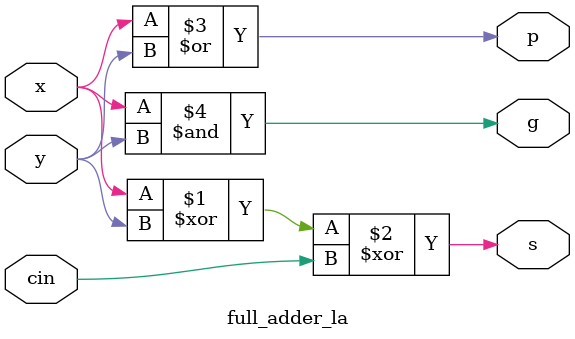
<source format=sv>
module carry_lookahead_adder
(
    input   logic[15:0]     A,
    input   logic[15:0]     B,
    output  logic[15:0]     Sum,
    output  logic           CO
);

logic pg0, pg4, pg8, pg12;
logic gg0, gg4, gg8, gg12;
logic c4, c8, c12;
four_bit_la FBL0(.x(A[3:0]), .y(B[3:0]), .cin(0), .s(Sum[3:0]), .pg(pg0), .gg(gg0));
assign c4 = (0 & pg0)| gg0;
four_bit_la FBL1(.x(A[7:4]), .y(B[7:4]), .cin(c4), .s(Sum[7:4]), .pg(pg4), .gg(gg4));
assign c8 = (c4 & pg4)| gg4;
four_bit_la FBL2(.x(A[11:8]), .y(B[11:8]), .cin(c8), .s(Sum[11:8]), .pg(pg8), .gg(gg8));
assign c12 = (c8 & pg8)| gg8;
four_bit_la FBL3(.x(A[15:12]), .y(B[15:12]), .cin(c12), .s(Sum[15:12]), .pg(pg12), .gg(gg12));
assign CO = (c12 & pg12) || gg12;

    /* TODO
     *
     * Insert code here to implement a CLA adder.
     * Your code should be completly combinational (don't use always_ff or always_latch).
     * Feel free to create sub-modules or other files. */
     
endmodule

module four_bit_la(
						
	input [3:0] x,
	input [3:0] y,
	input cin,
	output logic [3:0] s,
	output logic pg,
	output logic gg
);

logic [2:0] c;
logic [3:0] p;
logic [3:0] g;

full_adder_la fa0( .x(x[0]), .y(y[0]), .cin(cin), .s(s[0]), .p(p[0]), .g(g[0]));
assign c[0] = (cin & p[0]) | g[0];

full_adder_la fa1( .x(x[1]), .y(y[1]), .cin(c[0]), .s(s[1]), .p(p[1]), .g(g[1]));
assign c[1] = (c[0] & p[1]) | g[1];

full_adder_la fa2( .x(x[2]), .y(y[2]), .cin(c[1]), .s(s[2]), .p(p[2]), .g(g[2]));
assign c[2] = (c[1] & p[2]) | g[2];

full_adder_la fa3( .x(x[3]), .y(y[3]), .cin(c[2]), .s(s[3]), .p(p[3]), .g(g[3]));


assign pg = p[0] & p[1] & p[2] & p[3];
assign gg = g[3] | (g[2] & p[3]) | (g[1] & p[3] & p[2] ) | (g[0] & p[3] & p[2] & p[1]);


endmodule

module full_adder_la(
						input x,
						input y,
						input cin,
						output logic s,
						output logic p,
						output logic g

);
assign s = x^y^cin;
assign p = x | y;
assign g = x & y;

endmodule

</source>
